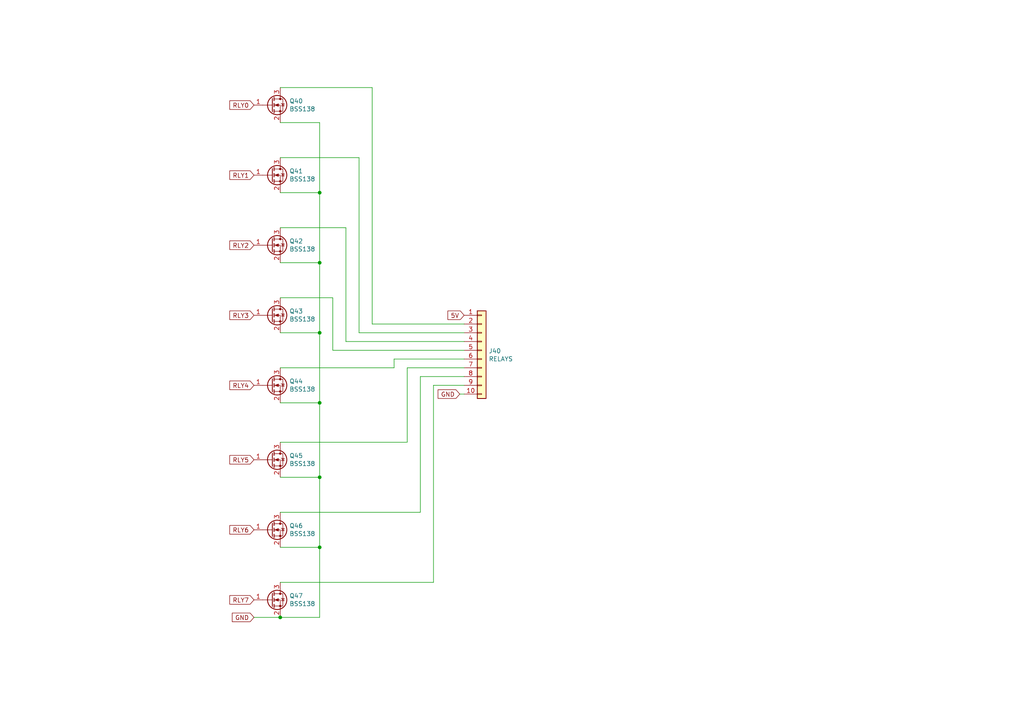
<source format=kicad_sch>
(kicad_sch (version 20250114) (generator "eeschema") (generator_version "9.0")
  (paper "A4")
  (title_block (title "Relay Drivers") (date "2021-02-09") (rev "1") (company "Wimble Robotics"))
  (lib_symbols
    (symbol "TeensyMonitorV5-rescue:BSS138-Transistor_FET" (pin_names (hide yes))
      (property "Reference" "Q" (at 5.08 1.905 0))
      (property "Value" "TeensyMonitorV5-rescue_BSS138-Transistor_FET" (at 5.08 0 0))
      (symbol "BSS138-Transistor_FET_0_1"
        (polyline (pts (xy 0.254 1.905) (xy 0.254 -1.905)) (stroke (width 0.254)))
        (polyline (pts (xy 0.254 0) (xy -2.54 0)))
        (polyline (pts (xy 0.762 2.286) (xy 0.762 1.27)) (stroke (width 0.254)))
        (polyline (pts (xy 0.762 0.508) (xy 0.762 -0.508)) (stroke (width 0.254)))
        (polyline (pts (xy 0.762 -1.27) (xy 0.762 -2.286)) (stroke (width 0.254)))
        (polyline (pts (xy 0.762 -1.778) (xy 3.302 -1.778) (xy 3.302 1.778) (xy 0.762 1.778)))
        (polyline (pts (xy 1.016 0) (xy 2.032 0.381) (xy 2.032 -0.381) (xy 1.016 0)) (fill (type outline)))
        (circle (center 1.651 0) (radius 2.794) (stroke (width 0.254)))
        (polyline (pts (xy 2.54 2.54) (xy 2.54 1.778)))
        (circle (center 2.54 1.778) (radius 0.254) (fill (type outline)))
        (circle (center 2.54 -1.778) (radius 0.254) (fill (type outline)))
        (polyline (pts (xy 2.54 -2.54) (xy 2.54 0) (xy 0.762 0)))
        (polyline (pts (xy 2.794 0.508) (xy 2.921 0.381) (xy 3.683 0.381) (xy 3.81 0.254)))
        (polyline (pts (xy 3.302 0.381) (xy 2.921 -0.254) (xy 3.683 -0.254) (xy 3.302 0.381)))
      )
      (symbol "BSS138-Transistor_FET_1_1"
        (pin input line (at -5.08 0 0) (length 2.54) (name "G") (number "1"))
        (pin passive line (at 2.54 5.08 270) (length 2.54) (name "D") (number "3"))
        (pin passive line (at 2.54 -5.08 90) (length 2.54) (name "S") (number "2"))
      )
    )
    (symbol "TeensyMonitorV5-rescue:Conn_01x10-Connector_Generic" (pin_names (offset 1.016) (hide yes))
      (property "Reference" "J" (at 0 12.7 0))
      (property "Value" "TeensyMonitorV5-rescue_Conn_01x10-Connector_Generic" (at 0 -15.24 0))
      (symbol "Conn_01x10-Connector_Generic_1_1"
        (rectangle (start -1.27 11.43) (end 1.27 -13.97) (stroke (width 0.254)) (fill (type background)))
        (rectangle (start -1.27 10.287) (end 0 10.033) (stroke (width 0.1524)))
        (rectangle (start -1.27 7.747) (end 0 7.493) (stroke (width 0.1524)))
        (rectangle (start -1.27 5.207) (end 0 4.953) (stroke (width 0.1524)))
        (rectangle (start -1.27 2.667) (end 0 2.413) (stroke (width 0.1524)))
        (rectangle (start -1.27 0.127) (end 0 -0.127) (stroke (width 0.1524)))
        (rectangle (start -1.27 -2.413) (end 0 -2.667) (stroke (width 0.1524)))
        (rectangle (start -1.27 -4.953) (end 0 -5.207) (stroke (width 0.1524)))
        (rectangle (start -1.27 -7.493) (end 0 -7.747) (stroke (width 0.1524)))
        (rectangle (start -1.27 -10.033) (end 0 -10.287) (stroke (width 0.1524)))
        (rectangle (start -1.27 -12.573) (end 0 -12.827) (stroke (width 0.1524)))
        (pin passive line (at -5.08 10.16 0) (length 3.81) (name "Pin_1") (number "1"))
        (pin passive line (at -5.08 7.62 0) (length 3.81) (name "Pin_2") (number "2"))
        (pin passive line (at -5.08 5.08 0) (length 3.81) (name "Pin_3") (number "3"))
        (pin passive line (at -5.08 2.54 0) (length 3.81) (name "Pin_4") (number "4"))
        (pin passive line (at -5.08 0 0) (length 3.81) (name "Pin_5") (number "5"))
        (pin passive line (at -5.08 -2.54 0) (length 3.81) (name "Pin_6") (number "6"))
        (pin passive line (at -5.08 -5.08 0) (length 3.81) (name "Pin_7") (number "7"))
        (pin passive line (at -5.08 -7.62 0) (length 3.81) (name "Pin_8") (number "8"))
        (pin passive line (at -5.08 -10.16 0) (length 3.81) (name "Pin_9") (number "9"))
        (pin passive line (at -5.08 -12.7 0) (length 3.81) (name "Pin_10") (number "10"))
      )
    )
  )
  (junction (at 92.71 158.75))
  (junction (at 92.71 96.52))
  (junction (at 92.71 116.84))
  (junction (at 92.71 55.88))
  (junction (at 81.28 179.07))
  (junction (at 92.71 76.2))
  (junction (at 92.71 138.43))
  (wire (pts (xy 81.28 76.2) (xy 92.71 76.2)))
  (wire (pts (xy 81.28 55.88) (xy 92.71 55.88)))
  (wire (pts (xy 92.71 158.75) (xy 92.71 179.07)))
  (wire (pts (xy 114.3 106.68) (xy 81.28 106.68)))
  (wire (pts (xy 107.95 25.4) (xy 81.28 25.4)))
  (wire (pts (xy 73.66 179.07) (xy 81.28 179.07)))
  (wire (pts (xy 134.62 111.76) (xy 125.73 111.76)))
  (wire (pts (xy 134.62 93.98) (xy 107.95 93.98)))
  (wire (pts (xy 134.62 96.52) (xy 104.14 96.52)))
  (wire (pts (xy 104.14 45.72) (xy 81.28 45.72)))
  (wire (pts (xy 133.35 114.3) (xy 134.62 114.3)))
  (wire (pts (xy 134.62 109.22) (xy 121.92 109.22)))
  (wire (pts (xy 134.62 101.6) (xy 96.52 101.6)))
  (wire (pts (xy 81.28 116.84) (xy 92.71 116.84)))
  (wire (pts (xy 92.71 138.43) (xy 92.71 158.75)))
  (wire (pts (xy 107.95 93.98) (xy 107.95 25.4)))
  (wire (pts (xy 100.33 66.04) (xy 81.28 66.04)))
  (wire (pts (xy 125.73 111.76) (xy 125.73 168.91)))
  (wire (pts (xy 81.28 35.56) (xy 92.71 35.56)))
  (wire (pts (xy 134.62 99.06) (xy 100.33 99.06)))
  (wire (pts (xy 118.11 128.27) (xy 81.28 128.27)))
  (wire (pts (xy 104.14 45.72) (xy 104.14 96.52)))
  (wire (pts (xy 81.28 158.75) (xy 92.71 158.75)))
  (wire (pts (xy 92.71 116.84) (xy 92.71 138.43)))
  (wire (pts (xy 92.71 55.88) (xy 92.71 76.2)))
  (wire (pts (xy 121.92 148.59) (xy 81.28 148.59)))
  (wire (pts (xy 118.11 106.68) (xy 118.11 128.27)))
  (wire (pts (xy 134.62 106.68) (xy 118.11 106.68)))
  (wire (pts (xy 92.71 96.52) (xy 92.71 116.84)))
  (wire (pts (xy 114.3 104.14) (xy 114.3 106.68)))
  (wire (pts (xy 92.71 35.56) (xy 92.71 55.88)))
  (wire (pts (xy 96.52 86.36) (xy 81.28 86.36)))
  (wire (pts (xy 121.92 109.22) (xy 121.92 148.59)))
  (wire (pts (xy 96.52 86.36) (xy 96.52 101.6)))
  (wire (pts (xy 125.73 168.91) (xy 81.28 168.91)))
  (wire (pts (xy 92.71 76.2) (xy 92.71 96.52)))
  (wire (pts (xy 81.28 138.43) (xy 92.71 138.43)))
  (wire (pts (xy 100.33 66.04) (xy 100.33 99.06)))
  (wire (pts (xy 114.3 104.14) (xy 134.62 104.14)))
  (wire (pts (xy 92.71 179.07) (xy 81.28 179.07)))
  (wire (pts (xy 81.28 96.52) (xy 92.71 96.52)))
  (global_label "5V" (shape input) (at 134.62 91.44 180) (property "Intersheetrefs" "${INTERSHEET_REFS}" (effects (hide yes))))
  (global_label "RLY2" (shape input) (at 73.66 71.12 180) (property "Intersheetrefs" "${INTERSHEET_REFS}" (effects (hide yes))))
  (global_label "RLY4" (shape input) (at 73.66 111.76 180) (property "Intersheetrefs" "${INTERSHEET_REFS}" (effects (hide yes))))
  (global_label "RLY3" (shape input) (at 73.66 91.44 180) (property "Intersheetrefs" "${INTERSHEET_REFS}" (effects (hide yes))))
  (global_label "RLY1" (shape input) (at 73.66 50.8 180) (property "Intersheetrefs" "${INTERSHEET_REFS}" (effects (hide yes))))
  (global_label "GND" (shape input) (at 133.35 114.3 180) (property "Intersheetrefs" "${INTERSHEET_REFS}" (effects (hide yes))))
  (global_label "GND" (shape input) (at 73.66 179.07 180) (property "Intersheetrefs" "${INTERSHEET_REFS}" (effects (hide yes))))
  (global_label "RLY5" (shape input) (at 73.66 133.35 180) (property "Intersheetrefs" "${INTERSHEET_REFS}" (effects (hide yes))))
  (global_label "RLY0" (shape input) (at 73.66 30.48 180) (property "Intersheetrefs" "${INTERSHEET_REFS}" (effects (hide yes))))
  (global_label "RLY7" (shape input) (at 73.66 173.99 180) (property "Intersheetrefs" "${INTERSHEET_REFS}" (effects (hide yes))))
  (global_label "RLY6" (shape input) (at 73.66 153.67 180) (property "Intersheetrefs" "${INTERSHEET_REFS}" (effects (hide yes))))
  (symbol (lib_id "TeensyMonitorV5-rescue:BSS138-Transistor_FET") (at 78.74 30.48 0) (unit 1)
    (property "Reference" "Q40" (at 83.9216 29.3116 0) (effects (justify left)))
    (property "Value" "BSS138" (at 83.9216 31.623 0) (effects (justify left)))
    (property "Footprint" "Package_TO_SOT_SMD:SOT-23" (effects (hide yes)))
    (property "Datasheet" "https://www.onsemi.com/pub/Collateral/BSS138-D.PDF" (effects (hide yes)))
    (property "LCSC" "BSS138LT1G" (effects (hide yes)))
  )
  (symbol (lib_id "TeensyMonitorV5-rescue:BSS138-Transistor_FET") (at 78.74 50.8 0) (unit 1)
    (property "Reference" "Q41" (at 83.9216 49.6316 0) (effects (justify left)))
    (property "Value" "BSS138" (at 83.9216 51.943 0) (effects (justify left)))
    (property "Footprint" "Package_TO_SOT_SMD:SOT-23" (effects (hide yes)))
    (property "Datasheet" "https://www.onsemi.com/pub/Collateral/BSS138-D.PDF" (effects (hide yes)))
    (property "LCSC" "BSS138LT1G" (effects (hide yes)))
  )
  (symbol (lib_id "TeensyMonitorV5-rescue:BSS138-Transistor_FET") (at 78.74 71.12 0) (unit 1)
    (property "Reference" "Q42" (at 83.9216 69.9516 0) (effects (justify left)))
    (property "Value" "BSS138" (at 83.9216 72.263 0) (effects (justify left)))
    (property "Footprint" "Package_TO_SOT_SMD:SOT-23" (effects (hide yes)))
    (property "Datasheet" "https://www.onsemi.com/pub/Collateral/BSS138-D.PDF" (effects (hide yes)))
    (property "LCSC" "BSS138LT1G" (effects (hide yes)))
  )
  (symbol (lib_id "TeensyMonitorV5-rescue:BSS138-Transistor_FET") (at 78.74 111.76 0) (unit 1)
    (property "Reference" "Q44" (at 83.9216 110.5916 0) (effects (justify left)))
    (property "Value" "BSS138" (at 83.9216 112.903 0) (effects (justify left)))
    (property "Footprint" "Package_TO_SOT_SMD:SOT-23" (effects (hide yes)))
    (property "Datasheet" "https://www.onsemi.com/pub/Collateral/BSS138-D.PDF" (effects (hide yes)))
    (property "LCSC" "BSS138LT1G" (effects (hide yes)))
  )
  (symbol (lib_id "TeensyMonitorV5-rescue:BSS138-Transistor_FET") (at 78.74 91.44 0) (unit 1)
    (property "Reference" "Q43" (at 83.9216 90.2716 0) (effects (justify left)))
    (property "Value" "BSS138" (at 83.9216 92.583 0) (effects (justify left)))
    (property "Footprint" "Package_TO_SOT_SMD:SOT-23" (effects (hide yes)))
    (property "Datasheet" "https://www.onsemi.com/pub/Collateral/BSS138-D.PDF" (effects (hide yes)))
    (property "LCSC" "BSS138LT1G" (effects (hide yes)))
  )
  (symbol (lib_id "TeensyMonitorV5-rescue:BSS138-Transistor_FET") (at 78.74 133.35 0) (unit 1)
    (property "Reference" "Q45" (at 83.9216 132.1816 0) (effects (justify left)))
    (property "Value" "BSS138" (at 83.9216 134.493 0) (effects (justify left)))
    (property "Footprint" "Package_TO_SOT_SMD:SOT-23" (effects (hide yes)))
    (property "Datasheet" "https://www.onsemi.com/pub/Collateral/BSS138-D.PDF" (effects (hide yes)))
    (property "LCSC" "BSS138LT1G" (effects (hide yes)))
  )
  (symbol (lib_id "TeensyMonitorV5-rescue:BSS138-Transistor_FET") (at 78.74 153.67 0) (unit 1)
    (property "Reference" "Q46" (at 83.9216 152.5016 0) (effects (justify left)))
    (property "Value" "BSS138" (at 83.9216 154.813 0) (effects (justify left)))
    (property "Footprint" "Package_TO_SOT_SMD:SOT-23" (effects (hide yes)))
    (property "Datasheet" "https://www.onsemi.com/pub/Collateral/BSS138-D.PDF" (effects (hide yes)))
    (property "LCSC" "BSS138LT1G" (effects (hide yes)))
  )
  (symbol (lib_id "TeensyMonitorV5-rescue:BSS138-Transistor_FET") (at 78.74 173.99 0) (unit 1)
    (property "Reference" "Q47" (at 83.9216 172.8216 0) (effects (justify left)))
    (property "Value" "BSS138" (at 83.9216 175.133 0) (effects (justify left)))
    (property "Footprint" "Package_TO_SOT_SMD:SOT-23" (effects (hide yes)))
    (property "Datasheet" "https://www.onsemi.com/pub/Collateral/BSS138-D.PDF" (effects (hide yes)))
    (property "LCSC" "BSS138LT1G" (effects (hide yes)))
  )
  (symbol (lib_id "TeensyMonitorV5-rescue:Conn_01x10-Connector_Generic") (at 139.7 101.6 0) (unit 1)
    (property "Reference" "J40" (at 141.732 101.8032 0) (effects (justify left)))
    (property "Value" "RELAYS" (at 141.732 104.1146 0) (effects (justify left)))
    (property "Footprint" "Connector_Molex:533751010" (effects (hide yes)))
    (property "LCSC" "C124372" (effects (hide yes)))
  )
)
</source>
